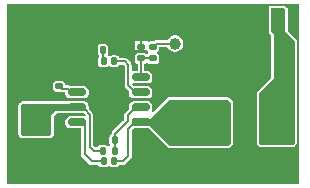
<source format=gtl>
G04*
G04 #@! TF.GenerationSoftware,Altium Limited,Altium Designer,21.2.1 (34)*
G04*
G04 Layer_Physical_Order=1*
G04 Layer_Color=255*
%FSTAX24Y24*%
%MOIN*%
G70*
G04*
G04 #@! TF.SameCoordinates,A22D48CB-26DB-4B69-BEBB-7B905E74D0D0*
G04*
G04*
G04 #@! TF.FilePolarity,Positive*
G04*
G01*
G75*
%ADD11C,0.0079*%
%ADD13C,0.0059*%
G04:AMPARAMS|DCode=14|XSize=23.6mil|YSize=61mil|CornerRadius=2.4mil|HoleSize=0mil|Usage=FLASHONLY|Rotation=270.000|XOffset=0mil|YOffset=0mil|HoleType=Round|Shape=RoundedRectangle|*
%AMROUNDEDRECTD14*
21,1,0.0236,0.0563,0,0,270.0*
21,1,0.0189,0.0610,0,0,270.0*
1,1,0.0047,-0.0282,-0.0094*
1,1,0.0047,-0.0282,0.0094*
1,1,0.0047,0.0282,0.0094*
1,1,0.0047,0.0282,-0.0094*
%
%ADD14ROUNDEDRECTD14*%
G04:AMPARAMS|DCode=15|XSize=23.6mil|YSize=61mil|CornerRadius=5.9mil|HoleSize=0mil|Usage=FLASHONLY|Rotation=270.000|XOffset=0mil|YOffset=0mil|HoleType=Round|Shape=RoundedRectangle|*
%AMROUNDEDRECTD15*
21,1,0.0236,0.0492,0,0,270.0*
21,1,0.0118,0.0610,0,0,270.0*
1,1,0.0118,-0.0246,-0.0059*
1,1,0.0118,-0.0246,0.0059*
1,1,0.0118,0.0246,0.0059*
1,1,0.0118,0.0246,-0.0059*
%
%ADD15ROUNDEDRECTD15*%
G04:AMPARAMS|DCode=16|XSize=138.2mil|YSize=103.2mil|CornerRadius=5.2mil|HoleSize=0mil|Usage=FLASHONLY|Rotation=270.000|XOffset=0mil|YOffset=0mil|HoleType=Round|Shape=RoundedRectangle|*
%AMROUNDEDRECTD16*
21,1,0.1382,0.0928,0,0,270.0*
21,1,0.1279,0.1032,0,0,270.0*
1,1,0.0103,-0.0464,-0.0639*
1,1,0.0103,-0.0464,0.0639*
1,1,0.0103,0.0464,0.0639*
1,1,0.0103,0.0464,-0.0639*
%
%ADD16ROUNDEDRECTD16*%
G04:AMPARAMS|DCode=17|XSize=39.4mil|YSize=98.4mil|CornerRadius=3.9mil|HoleSize=0mil|Usage=FLASHONLY|Rotation=0.000|XOffset=0mil|YOffset=0mil|HoleType=Round|Shape=RoundedRectangle|*
%AMROUNDEDRECTD17*
21,1,0.0394,0.0906,0,0,0.0*
21,1,0.0315,0.0984,0,0,0.0*
1,1,0.0079,0.0157,-0.0453*
1,1,0.0079,-0.0157,-0.0453*
1,1,0.0079,-0.0157,0.0453*
1,1,0.0079,0.0157,0.0453*
%
%ADD17ROUNDEDRECTD17*%
G04:AMPARAMS|DCode=18|XSize=70.9mil|YSize=78.7mil|CornerRadius=7.1mil|HoleSize=0mil|Usage=FLASHONLY|Rotation=180.000|XOffset=0mil|YOffset=0mil|HoleType=Round|Shape=RoundedRectangle|*
%AMROUNDEDRECTD18*
21,1,0.0709,0.0646,0,0,180.0*
21,1,0.0567,0.0787,0,0,180.0*
1,1,0.0142,-0.0283,0.0323*
1,1,0.0142,0.0283,0.0323*
1,1,0.0142,0.0283,-0.0323*
1,1,0.0142,-0.0283,-0.0323*
%
%ADD18ROUNDEDRECTD18*%
G04:AMPARAMS|DCode=19|XSize=70.9mil|YSize=78.7mil|CornerRadius=17.7mil|HoleSize=0mil|Usage=FLASHONLY|Rotation=180.000|XOffset=0mil|YOffset=0mil|HoleType=Round|Shape=RoundedRectangle|*
%AMROUNDEDRECTD19*
21,1,0.0709,0.0433,0,0,180.0*
21,1,0.0354,0.0787,0,0,180.0*
1,1,0.0354,-0.0177,0.0217*
1,1,0.0354,0.0177,0.0217*
1,1,0.0354,0.0177,-0.0217*
1,1,0.0354,-0.0177,-0.0217*
%
%ADD19ROUNDEDRECTD19*%
G04:AMPARAMS|DCode=20|XSize=116.1mil|YSize=137.8mil|CornerRadius=5.8mil|HoleSize=0mil|Usage=FLASHONLY|Rotation=0.000|XOffset=0mil|YOffset=0mil|HoleType=Round|Shape=RoundedRectangle|*
%AMROUNDEDRECTD20*
21,1,0.1161,0.1262,0,0,0.0*
21,1,0.1045,0.1378,0,0,0.0*
1,1,0.0116,0.0523,-0.0631*
1,1,0.0116,-0.0523,-0.0631*
1,1,0.0116,-0.0523,0.0631*
1,1,0.0116,0.0523,0.0631*
%
%ADD20ROUNDEDRECTD20*%
G04:AMPARAMS|DCode=21|XSize=23.6mil|YSize=19.7mil|CornerRadius=2mil|HoleSize=0mil|Usage=FLASHONLY|Rotation=180.000|XOffset=0mil|YOffset=0mil|HoleType=Round|Shape=RoundedRectangle|*
%AMROUNDEDRECTD21*
21,1,0.0236,0.0157,0,0,180.0*
21,1,0.0197,0.0197,0,0,180.0*
1,1,0.0039,-0.0098,0.0079*
1,1,0.0039,0.0098,0.0079*
1,1,0.0039,0.0098,-0.0079*
1,1,0.0039,-0.0098,-0.0079*
%
%ADD21ROUNDEDRECTD21*%
G04:AMPARAMS|DCode=22|XSize=23.6mil|YSize=19.7mil|CornerRadius=3mil|HoleSize=0mil|Usage=FLASHONLY|Rotation=0.000|XOffset=0mil|YOffset=0mil|HoleType=Round|Shape=RoundedRectangle|*
%AMROUNDEDRECTD22*
21,1,0.0236,0.0138,0,0,0.0*
21,1,0.0177,0.0197,0,0,0.0*
1,1,0.0059,0.0089,-0.0069*
1,1,0.0059,-0.0089,-0.0069*
1,1,0.0059,-0.0089,0.0069*
1,1,0.0059,0.0089,0.0069*
%
%ADD22ROUNDEDRECTD22*%
G04:AMPARAMS|DCode=23|XSize=23.6mil|YSize=19.7mil|CornerRadius=3mil|HoleSize=0mil|Usage=FLASHONLY|Rotation=270.000|XOffset=0mil|YOffset=0mil|HoleType=Round|Shape=RoundedRectangle|*
%AMROUNDEDRECTD23*
21,1,0.0236,0.0138,0,0,270.0*
21,1,0.0177,0.0197,0,0,270.0*
1,1,0.0059,-0.0069,-0.0089*
1,1,0.0059,-0.0069,0.0089*
1,1,0.0059,0.0069,0.0089*
1,1,0.0059,0.0069,-0.0089*
%
%ADD23ROUNDEDRECTD23*%
G04:AMPARAMS|DCode=24|XSize=23.6mil|YSize=19.7mil|CornerRadius=2mil|HoleSize=0mil|Usage=FLASHONLY|Rotation=270.000|XOffset=0mil|YOffset=0mil|HoleType=Round|Shape=RoundedRectangle|*
%AMROUNDEDRECTD24*
21,1,0.0236,0.0157,0,0,270.0*
21,1,0.0197,0.0197,0,0,270.0*
1,1,0.0039,-0.0079,-0.0098*
1,1,0.0039,-0.0079,0.0098*
1,1,0.0039,0.0079,0.0098*
1,1,0.0039,0.0079,-0.0098*
%
%ADD24ROUNDEDRECTD24*%
G04:AMPARAMS|DCode=25|XSize=39.4mil|YSize=98.4mil|CornerRadius=3.9mil|HoleSize=0mil|Usage=FLASHONLY|Rotation=270.000|XOffset=0mil|YOffset=0mil|HoleType=Round|Shape=RoundedRectangle|*
%AMROUNDEDRECTD25*
21,1,0.0394,0.0906,0,0,270.0*
21,1,0.0315,0.0984,0,0,270.0*
1,1,0.0079,-0.0453,-0.0157*
1,1,0.0079,-0.0453,0.0157*
1,1,0.0079,0.0453,0.0157*
1,1,0.0079,0.0453,-0.0157*
%
%ADD25ROUNDEDRECTD25*%
%ADD40R,0.0394X0.0787*%
%ADD41R,0.0787X0.0394*%
%ADD42C,0.0200*%
%ADD43C,0.0394*%
G36*
X104049Y025194D02*
X094334D01*
Y031168D01*
X104049D01*
Y025194D01*
D02*
G37*
%LPC*%
G36*
X099955Y03013D02*
X099882D01*
X099812Y030111D01*
X099749Y030075D01*
X099698Y030023D01*
X09967Y029974D01*
X0993D01*
X099254Y029965D01*
X099215Y029939D01*
X099215Y029939D01*
X09921Y029935D01*
X099083D01*
X099045Y029927D01*
X099042Y029925D01*
X098992Y029941D01*
Y029941D01*
X098992Y029941D01*
X09859D01*
X09859Y02964D01*
X09899D01*
X09899Y029638D01*
X099012Y029606D01*
X099032Y029593D01*
X099035Y029539D01*
X099004Y029512D01*
X098957D01*
X098925Y029533D01*
X098886Y029541D01*
X098689D01*
X098651Y029533D01*
X098619Y029512D01*
X098597Y029479D01*
X098589Y029441D01*
Y029283D01*
X098597Y029245D01*
X098619Y029212D01*
X098651Y02919D01*
X098678Y029185D01*
Y028933D01*
X098532D01*
X098521Y028931D01*
X098471Y028972D01*
Y02915D01*
X098462Y029192D01*
X098438Y029228D01*
X098324Y029342D01*
X098289Y029365D01*
X098246Y029374D01*
X098067D01*
X098063Y029394D01*
X098039Y02943D01*
X098003Y029454D01*
X097961Y029462D01*
X097823D01*
X097781Y029454D01*
X097747Y029432D01*
X097697Y029436D01*
X097672Y029474D01*
X097674Y029496D01*
X09769Y02952D01*
X097697Y029559D01*
Y029756D01*
X09769Y029794D01*
X097668Y029827D01*
X097635Y029848D01*
X097597Y029856D01*
X097439D01*
X097401Y029848D01*
X097369Y029827D01*
X097347Y029794D01*
X097339Y029756D01*
Y029559D01*
X097347Y02952D01*
X097369Y029488D01*
X097378Y029482D01*
X09739Y029435D01*
X097385Y029421D01*
X097367Y029394D01*
X097359Y029352D01*
Y029175D01*
X097367Y029133D01*
X097391Y029097D01*
X097427Y029073D01*
X097469Y029064D01*
X097607D01*
X097649Y029073D01*
X097685Y029097D01*
X097685Y029097D01*
X097745D01*
X097745Y029097D01*
X097781Y029073D01*
X097823Y029064D01*
X097961D01*
X098003Y029073D01*
X098039Y029097D01*
X098063Y029133D01*
X098067Y029153D01*
X098201D01*
X09825Y029104D01*
Y028465D01*
X098258Y028422D01*
X098282Y028387D01*
X098391Y028277D01*
Y028175D01*
X098402Y028121D01*
X098433Y028075D01*
X098478Y028045D01*
X098532Y028034D01*
X099024D01*
X099078Y028045D01*
X099123Y028075D01*
X099154Y028121D01*
X099165Y028175D01*
Y028293D01*
X099154Y028347D01*
X099123Y028392D01*
X099078Y028423D01*
X099024Y028433D01*
X098548D01*
X098497Y028484D01*
X098512Y028532D01*
X098521Y028537D01*
X098532Y028534D01*
X099024D01*
X099078Y028545D01*
X099123Y028575D01*
X099154Y028621D01*
X099165Y028675D01*
Y028793D01*
X099154Y028847D01*
X099123Y028892D01*
X099078Y028923D01*
X099024Y028933D01*
X098898D01*
Y029185D01*
X098925Y02919D01*
X098957Y029212D01*
X099012D01*
X099045Y02919D01*
X099083Y029183D01*
X09928D01*
X099318Y02919D01*
X099351Y029212D01*
X099373Y029245D01*
X09938Y029283D01*
Y029441D01*
X099373Y029479D01*
X099351Y029512D01*
X099319Y029533D01*
X099318Y029534D01*
Y029583D01*
X099319Y029584D01*
X099351Y029606D01*
X099373Y029638D01*
X09938Y029677D01*
Y029734D01*
X09967D01*
X099698Y029685D01*
X099749Y029633D01*
X099812Y029597D01*
X099882Y029578D01*
X099955D01*
X100025Y029597D01*
X100088Y029633D01*
X100139Y029685D01*
X100175Y029748D01*
X100194Y029818D01*
Y02989D01*
X100175Y02996D01*
X100139Y030023D01*
X100088Y030075D01*
X100025Y030111D01*
X099955Y03013D01*
D02*
G37*
G36*
X100342Y028074D02*
X099712Y028074D01*
X099712Y028074D01*
X099682Y028068D01*
X099656Y028051D01*
X09919Y027585D01*
X099151Y027617D01*
X099154Y027621D01*
X099165Y027675D01*
Y027793D01*
X099154Y027847D01*
X099123Y027892D01*
X099078Y027923D01*
X099024Y027933D01*
X098532D01*
X098478Y027923D01*
X098433Y027892D01*
X098402Y027847D01*
X098391Y027793D01*
Y02769D01*
X098261Y02756D01*
X098237Y027524D01*
X098229Y027482D01*
Y027324D01*
X098198Y027293D01*
D01*
X097834Y026929D01*
X09781Y026893D01*
X097802Y026851D01*
Y026838D01*
X097795Y026836D01*
X097762Y026815D01*
X09774Y026782D01*
X097733Y026744D01*
Y026547D01*
X09774Y026509D01*
X097762Y026476D01*
Y026468D01*
X097735Y026438D01*
X097681Y026441D01*
X097668Y02646D01*
X097635Y026482D01*
X097597Y02649D01*
X097439D01*
X097401Y026482D01*
X097369Y02646D01*
X097347Y026428D01*
X097342Y026401D01*
X097258D01*
X097201Y026458D01*
Y027331D01*
Y027482D01*
Y027482D01*
X097199Y027493D01*
D01*
X097193Y027524D01*
X097169Y02756D01*
X097039Y02769D01*
Y027793D01*
X097037Y027799D01*
Y027817D01*
X097037Y027817D01*
X097037Y027817D01*
X097035Y027831D01*
X097031Y027848D01*
X097031Y027848D01*
X097031Y027848D01*
X097023Y027861D01*
X097014Y027874D01*
X097014Y027874D01*
X097014Y027874D01*
X097001Y027887D01*
X096997Y027892D01*
X096992Y027896D01*
X096979Y027909D01*
X096963Y02792D01*
X096953Y027926D01*
X096953D01*
X096953Y027926D01*
X096936Y02793D01*
X096922Y027932D01*
X096904D01*
X096898Y027933D01*
X096406D01*
X0964Y027932D01*
X095814D01*
X094837Y027932D01*
X094806Y027926D01*
X09478Y027909D01*
X09478Y027909D01*
X09474Y027869D01*
X094736Y027866D01*
X094734Y027863D01*
X094725Y027854D01*
X094725Y027854D01*
X094708Y027828D01*
X094702Y027797D01*
Y027785D01*
X094701Y027781D01*
Y027466D01*
X094702Y027462D01*
X094702Y026836D01*
X094708Y026805D01*
X094725Y026779D01*
X094725Y026779D01*
X094784Y02672D01*
X094784Y02672D01*
X094802Y026708D01*
Y026698D01*
X09484Y026697D01*
X094851Y026697D01*
X095697Y026697D01*
X095738Y026697D01*
X095738Y026697D01*
X095747Y026698D01*
Y026699D01*
X095768Y026703D01*
X095794Y02672D01*
X095794Y02672D01*
X095861Y026787D01*
X095861Y026787D01*
X095878Y026813D01*
X095884Y026844D01*
X095884Y02743D01*
X09599Y027536D01*
X0964D01*
X096406Y027534D01*
X096882D01*
X096941Y027476D01*
X096916Y02743D01*
X096898Y027433D01*
X096406D01*
X096352Y027423D01*
X096307Y027392D01*
X096276Y027347D01*
X096265Y027293D01*
Y027175D01*
X096276Y027121D01*
X096307Y027076D01*
X096352Y027045D01*
X096406Y027034D01*
X09679D01*
Y02617D01*
X09679Y02617D01*
X096799Y026124D01*
X096825Y026084D01*
X097058Y025852D01*
X097097Y025825D01*
X097143Y025816D01*
X097365D01*
X097367Y025806D01*
X097391Y02577D01*
X097427Y025746D01*
X097469Y025738D01*
X097607D01*
X097649Y025746D01*
X097685Y02577D01*
X097685Y02577D01*
X097745D01*
X097745Y02577D01*
X097781Y025746D01*
X097823Y025738D01*
X097961D01*
X098003Y025746D01*
X098039Y02577D01*
X098063Y025806D01*
X098065Y025816D01*
X098177D01*
X098177Y025816D01*
X098223Y025825D01*
X098262Y025852D01*
X098445Y026034D01*
X098445Y026034D01*
X098471Y026074D01*
X098481Y02612D01*
Y026953D01*
X098562Y027035D01*
X09905D01*
X099688Y026397D01*
X099714Y02638D01*
X099744Y026374D01*
X101702D01*
X101702Y026374D01*
X101733Y02638D01*
X101759Y026397D01*
X101759Y026397D01*
X101839Y026477D01*
X101856Y026503D01*
X101862Y026534D01*
X101862Y027884D01*
X101856Y027915D01*
X10185Y027924D01*
X101839Y027941D01*
X101839Y027941D01*
X101729Y028051D01*
X101729Y028051D01*
X101703Y028068D01*
X101672Y028074D01*
X100342Y028074D01*
D02*
G37*
G36*
X09616Y02861D02*
X095963D01*
X095925Y028602D01*
X095892Y02858D01*
X09587Y028548D01*
X095863Y02851D01*
Y028352D01*
X09587Y028314D01*
X095892Y028281D01*
X095925Y028259D01*
X095963Y028252D01*
X096098D01*
X096114Y028241D01*
X09616Y028232D01*
X09616Y028232D01*
X096265D01*
Y028175D01*
X096276Y028121D01*
X096307Y028075D01*
X096352Y028045D01*
X096406Y028034D01*
X096898D01*
X096952Y028045D01*
X096997Y028075D01*
X097028Y028121D01*
X097039Y028175D01*
Y028293D01*
X097028Y028347D01*
X096997Y028392D01*
X096952Y028423D01*
X096898Y028433D01*
X096429D01*
X096425Y028437D01*
X096386Y028463D01*
X09634Y028472D01*
X09634Y028472D01*
X09626D01*
Y02851D01*
X096253Y028548D01*
X096231Y02858D01*
X096198Y028602D01*
X09616Y02861D01*
D02*
G37*
G36*
X103164Y031115D02*
X103156Y031114D01*
X10305D01*
Y031007D01*
X103048Y031D01*
X103048Y030246D01*
X103048Y030246D01*
X10305Y030239D01*
Y030169D01*
X103092D01*
X103127Y030134D01*
Y029946D01*
X103126Y029943D01*
Y029765D01*
X103127Y029763D01*
X103127Y028723D01*
X102678Y028274D01*
X102678Y028274D01*
X102661Y028248D01*
X102654Y028217D01*
X102654Y027833D01*
X102653Y027827D01*
Y026566D01*
X102654Y02656D01*
Y026543D01*
X102654Y026543D01*
X102659Y026522D01*
X102661Y026512D01*
X102661Y026512D01*
X102661Y026512D01*
X10267Y026498D01*
X102678Y026486D01*
X102678Y026486D01*
X102678Y026486D01*
X102689Y026475D01*
X102694Y026467D01*
X102702Y026461D01*
X102727Y026437D01*
X102727Y026437D01*
X102727Y026437D01*
X102736Y026431D01*
X102753Y02642D01*
X102753Y02642D01*
X102753Y02642D01*
X102767Y026417D01*
X102784Y026413D01*
X103848D01*
X103879Y02642D01*
X103905Y026437D01*
X103905Y026437D01*
X103931Y026463D01*
X103937Y026467D01*
X103941Y026473D01*
X103962Y026495D01*
X103962Y026495D01*
X10398Y026521D01*
X103986Y026552D01*
X103986Y029944D01*
X103986Y029944D01*
X10398Y029975D01*
X103962Y030001D01*
X103962Y030001D01*
X103681Y030282D01*
X103681Y031D01*
X103675Y03103D01*
X103658Y031057D01*
X103658Y031057D01*
X103622Y031092D01*
X103622Y031092D01*
X103601Y031106D01*
X103601Y031114D01*
X103566Y031115D01*
X103566Y031115D01*
X103552Y031115D01*
X103164Y031115D01*
X103164Y031115D01*
D02*
G37*
%LPD*%
G36*
X101672Y027994D02*
X101782Y027884D01*
X101782Y026534D01*
X101702Y026454D01*
X099744D01*
X099082Y027116D01*
X098517Y027116D01*
X098473Y02716D01*
Y027308D01*
X098517Y027352D01*
X099071Y027352D01*
X099712Y027994D01*
X100342Y027994D01*
X101672Y027994D01*
D02*
G37*
G36*
X096957Y027817D02*
Y027652D01*
X096921Y027616D01*
X095956D01*
X095804Y027464D01*
X095804Y026844D01*
X095738Y026777D01*
X09484Y026777D01*
X094782Y026836D01*
X094782Y027797D01*
X094837Y027852D01*
X095814Y027852D01*
X096922D01*
X096957Y027817D01*
D02*
G37*
G36*
X103566Y031035D02*
X103601Y031D01*
X103601Y030249D01*
X103906Y029944D01*
X103906Y026552D01*
X103848Y026494D01*
X102784D01*
X102735Y026543D01*
X102735Y028217D01*
X103207Y02869D01*
X103207Y030168D01*
X103129Y030246D01*
X103129Y031D01*
X103164Y031035D01*
X103566Y031035D01*
D02*
G37*
D11*
X097518Y028181D02*
Y028378D01*
Y028181D02*
X097715Y027984D01*
X097518Y026645D02*
Y02759D01*
Y027787D01*
X099182Y029756D02*
X099201D01*
X0993Y029854D02*
X099918D01*
X099201Y029756D02*
X0993Y029854D01*
X09836Y027003D02*
X098591Y027234D01*
X09836Y02612D02*
Y027003D01*
X098591Y027234D02*
X098778D01*
X098177Y025937D02*
X09836Y02612D01*
X097892Y025937D02*
X098177D01*
X096061Y028431D02*
X096081D01*
X09616Y028352D01*
X09634D01*
X096458Y028234D01*
X096652D01*
X09691Y02617D02*
Y027111D01*
X096823Y027234D02*
X096909Y027148D01*
Y027112D02*
Y027148D01*
Y027112D02*
X09691Y027111D01*
Y02617D02*
X097143Y025937D01*
X097538D01*
X096652Y027234D02*
X096823D01*
D13*
X097518Y02759D02*
Y027787D01*
X097518Y02759D02*
X097518Y02759D01*
X097912Y029657D02*
Y030011D01*
X098788Y030297D02*
X09879Y0303D01*
X098788Y029756D02*
Y030297D01*
Y029362D02*
X099182D01*
X098788Y028744D02*
Y029362D01*
X098778Y028734D02*
X098788Y028744D01*
X09836Y028465D02*
X098591Y028234D01*
X098778D01*
X09836Y028465D02*
Y02915D01*
X098246Y029263D02*
X09836Y02915D01*
X097892Y029263D02*
X098246D01*
X097518Y029283D02*
X097538Y029263D01*
X097518Y029283D02*
Y029657D01*
X097091Y026412D02*
Y027482D01*
Y026412D02*
X097212Y026291D01*
X097518D01*
X09691Y027663D02*
Y02769D01*
Y027663D02*
X097091Y027482D01*
X097912Y026645D02*
Y026851D01*
Y026291D02*
Y026645D01*
Y026851D02*
X098339Y027278D01*
Y027482D01*
X098677Y02782D01*
X0987D01*
D14*
X098778Y027234D02*
D03*
D15*
Y027734D02*
D03*
Y028234D02*
D03*
Y028734D02*
D03*
X096652Y027734D02*
D03*
Y028234D02*
D03*
Y028734D02*
D03*
Y027234D02*
D03*
D16*
X097715Y027984D02*
D03*
D17*
X103463Y029165D02*
D03*
X102203D02*
D03*
D18*
X099782Y028771D02*
D03*
D19*
Y027197D02*
D03*
D20*
X103315Y027197D02*
D03*
X10117Y027197D02*
D03*
D21*
X096061Y028431D02*
D03*
Y028824D02*
D03*
X099182Y029362D02*
D03*
Y029756D02*
D03*
X098788Y029362D02*
D03*
Y029756D02*
D03*
D22*
X096061Y028096D02*
D03*
Y027742D02*
D03*
D23*
X102951Y029854D02*
D03*
X103306D02*
D03*
X097538Y025937D02*
D03*
X097892D02*
D03*
Y029263D02*
D03*
X097538D02*
D03*
D24*
X097912Y026291D02*
D03*
X097518D02*
D03*
Y026645D02*
D03*
X097912D02*
D03*
X097912Y029657D02*
D03*
X097518D02*
D03*
D25*
X095274Y028884D02*
D03*
Y027624D02*
D03*
D40*
X102341Y030641D02*
D03*
X103325D02*
D03*
D41*
X095274Y029533D02*
D03*
Y026974D02*
D03*
D42*
X095648Y028387D02*
X095937Y028098D01*
X095551Y028884D02*
X095648Y028787D01*
X09606Y028098D02*
X096061Y028096D01*
X095937Y028098D02*
X09606D01*
X095648Y028387D02*
Y028787D01*
X095274Y028884D02*
X095551D01*
D43*
X097715Y027984D02*
D03*
X097912Y028378D02*
D03*
X097518D02*
D03*
X097912Y02759D02*
D03*
X097518D02*
D03*
X096008Y029254D02*
D03*
X098788Y030202D02*
D03*
X097912Y030011D02*
D03*
X099918Y029854D02*
D03*
X1037D02*
D03*
M02*

</source>
